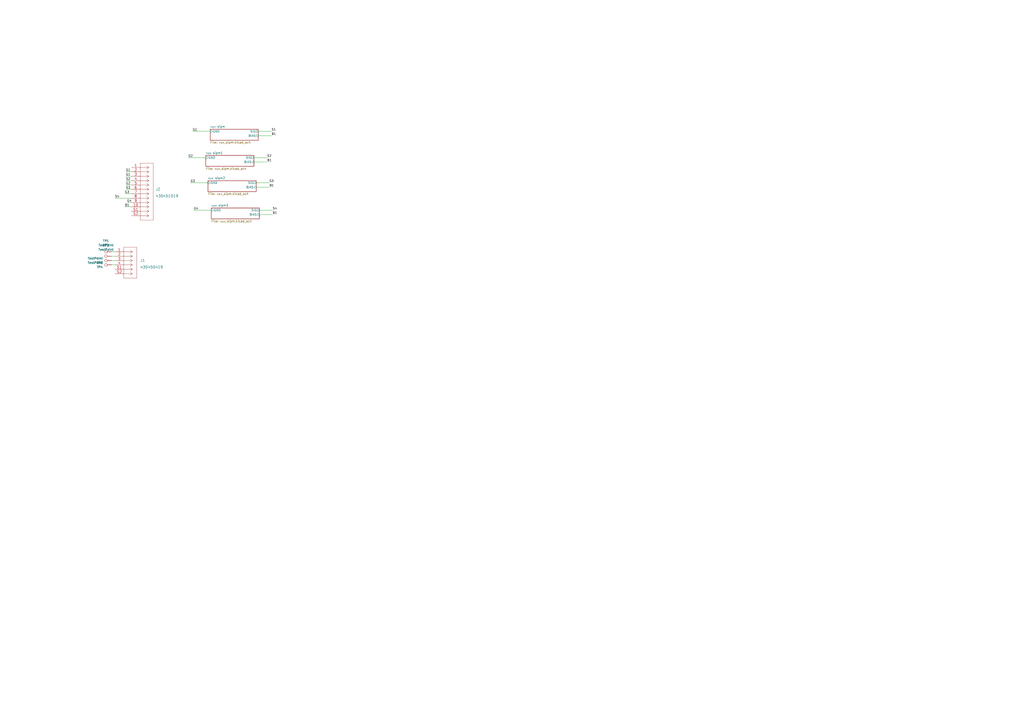
<source format=kicad_sch>
(kicad_sch (version 20211123) (generator eeschema)
  (paper "A2")
  (lib_symbols
    (symbol "2023-02-26_21-05-37:430451019" (pin_names (offset 0.254) hide)
      (property "Reference" "J" (at 8.89 6.35 0))
      (property "Value" "430451019" (at 10.16 -15.24 0))
      (symbol "430451019_1_1"
        (polyline (pts (xy 5.08 -30.48) (xy 12.7 -30.48)) (stroke (width 0.127)))
        (polyline (pts (xy 5.08 2.54) (xy 5.08 -30.48)) (stroke (width 0.127)))
        (polyline (pts (xy 10.16 -27.94) (xy 5.08 -27.94)) (stroke (width 0.127)))
        (polyline (pts (xy 10.16 -27.94) (xy 8.89 -28.7782)) (stroke (width 0.127)))
        (polyline (pts (xy 10.16 -27.94) (xy 8.89 -27.1018)) (stroke (width 0.127)))
        (polyline (pts (xy 10.16 -25.4) (xy 5.08 -25.4)) (stroke (width 0.127)))
        (polyline (pts (xy 10.16 -25.4) (xy 8.89 -26.2382)) (stroke (width 0.127)))
        (polyline (pts (xy 10.16 -25.4) (xy 8.89 -24.5618)) (stroke (width 0.127)))
        (polyline (pts (xy 10.16 -22.86) (xy 5.08 -22.86)) (stroke (width 0.127)))
        (polyline (pts (xy 10.16 -22.86) (xy 8.89 -23.6982)) (stroke (width 0.127)))
        (polyline (pts (xy 10.16 -22.86) (xy 8.89 -22.0218)) (stroke (width 0.127)))
        (polyline (pts (xy 10.16 -20.32) (xy 5.08 -20.32)) (stroke (width 0.127)))
        (polyline (pts (xy 10.16 -20.32) (xy 8.89 -21.1582)) (stroke (width 0.127)))
        (polyline (pts (xy 10.16 -20.32) (xy 8.89 -19.4818)) (stroke (width 0.127)))
        (polyline (pts (xy 10.16 -17.78) (xy 5.08 -17.78)) (stroke (width 0.127)))
        (polyline (pts (xy 10.16 -17.78) (xy 8.89 -18.6182)) (stroke (width 0.127)))
        (polyline (pts (xy 10.16 -17.78) (xy 8.89 -16.9418)) (stroke (width 0.127)))
        (polyline (pts (xy 10.16 -15.24) (xy 5.08 -15.24)) (stroke (width 0.127)))
        (polyline (pts (xy 10.16 -15.24) (xy 8.89 -16.0782)) (stroke (width 0.127)))
        (polyline (pts (xy 10.16 -15.24) (xy 8.89 -14.4018)) (stroke (width 0.127)))
        (polyline (pts (xy 10.16 -12.7) (xy 5.08 -12.7)) (stroke (width 0.127)))
        (polyline (pts (xy 10.16 -12.7) (xy 8.89 -13.5382)) (stroke (width 0.127)))
        (polyline (pts (xy 10.16 -12.7) (xy 8.89 -11.8618)) (stroke (width 0.127)))
        (polyline (pts (xy 10.16 -10.16) (xy 5.08 -10.16)) (stroke (width 0.127)))
        (polyline (pts (xy 10.16 -10.16) (xy 8.89 -10.9982)) (stroke (width 0.127)))
        (polyline (pts (xy 10.16 -10.16) (xy 8.89 -9.3218)) (stroke (width 0.127)))
        (polyline (pts (xy 10.16 -7.62) (xy 5.08 -7.62)) (stroke (width 0.127)))
        (polyline (pts (xy 10.16 -7.62) (xy 8.89 -8.4582)) (stroke (width 0.127)))
        (polyline (pts (xy 10.16 -7.62) (xy 8.89 -6.7818)) (stroke (width 0.127)))
        (polyline (pts (xy 10.16 -5.08) (xy 5.08 -5.08)) (stroke (width 0.127)))
        (polyline (pts (xy 10.16 -5.08) (xy 8.89 -5.9182)) (stroke (width 0.127)))
        (polyline (pts (xy 10.16 -5.08) (xy 8.89 -4.2418)) (stroke (width 0.127)))
        (polyline (pts (xy 10.16 -2.54) (xy 5.08 -2.54)) (stroke (width 0.127)))
        (polyline (pts (xy 10.16 -2.54) (xy 8.89 -3.3782)) (stroke (width 0.127)))
        (polyline (pts (xy 10.16 -2.54) (xy 8.89 -1.7018)) (stroke (width 0.127)))
        (polyline (pts (xy 10.16 0) (xy 5.08 0)) (stroke (width 0.127)))
        (polyline (pts (xy 10.16 0) (xy 8.89 -0.8382)) (stroke (width 0.127)))
        (polyline (pts (xy 10.16 0) (xy 8.89 0.8382)) (stroke (width 0.127)))
        (polyline (pts (xy 12.7 -30.48) (xy 12.7 2.54)) (stroke (width 0.127)))
        (polyline (pts (xy 12.7 2.54) (xy 5.08 2.54)) (stroke (width 0.127)))
        (pin unspecified line (at 0 0 0) (length 5.08) (name "1") (number "1"))
        (pin unspecified line (at 0 -22.86 0) (length 5.08) (name "10") (number "10"))
        (pin unspecified line (at 0 -2.54 0) (length 5.08) (name "2") (number "2"))
        (pin unspecified line (at 0 -5.08 0) (length 5.08) (name "3") (number "3"))
        (pin unspecified line (at 0 -7.62 0) (length 5.08) (name "4") (number "4"))
        (pin unspecified line (at 0 -10.16 0) (length 5.08) (name "5") (number "5"))
        (pin unspecified line (at 0 -12.7 0) (length 5.08) (name "6") (number "6"))
        (pin unspecified line (at 0 -15.24 0) (length 5.08) (name "7") (number "7"))
        (pin unspecified line (at 0 -17.78 0) (length 5.08) (name "8") (number "8"))
        (pin unspecified line (at 0 -20.32 0) (length 5.08) (name "9") (number "9"))
        (pin unspecified line (at 0 -25.4 0) (length 5.08) (name "S1") (number "S1"))
        (pin unspecified line (at 0 -27.94 0) (length 5.08) (name "S2") (number "S2"))
      )
    )
    (symbol "2023-02-26_21-14-33:430450419" (pin_names (offset 0.254) hide)
      (property "Reference" "J" (at 8.89 6.35 0))
      (property "Value" "430450419" (at 10.16 -5.08 0))
      (symbol "430450419_1_1"
        (polyline (pts (xy 5.08 -15.24) (xy 12.7 -15.24)) (stroke (width 0.127)))
        (polyline (pts (xy 5.08 2.54) (xy 5.08 -15.24)) (stroke (width 0.127)))
        (polyline (pts (xy 10.16 -12.7) (xy 5.08 -12.7)) (stroke (width 0.127)))
        (polyline (pts (xy 10.16 -12.7) (xy 8.89 -13.5382)) (stroke (width 0.127)))
        (polyline (pts (xy 10.16 -12.7) (xy 8.89 -11.8618)) (stroke (width 0.127)))
        (polyline (pts (xy 10.16 -10.16) (xy 5.08 -10.16)) (stroke (width 0.127)))
        (polyline (pts (xy 10.16 -10.16) (xy 8.89 -10.9982)) (stroke (width 0.127)))
        (polyline (pts (xy 10.16 -10.16) (xy 8.89 -9.3218)) (stroke (width 0.127)))
        (polyline (pts (xy 10.16 -7.62) (xy 5.08 -7.62)) (stroke (width 0.127)))
        (polyline (pts (xy 10.16 -7.62) (xy 8.89 -8.4582)) (stroke (width 0.127)))
        (polyline (pts (xy 10.16 -7.62) (xy 8.89 -6.7818)) (stroke (width 0.127)))
        (polyline (pts (xy 10.16 -5.08) (xy 5.08 -5.08)) (stroke (width 0.127)))
        (polyline (pts (xy 10.16 -5.08) (xy 8.89 -5.9182)) (stroke (width 0.127)))
        (polyline (pts (xy 10.16 -5.08) (xy 8.89 -4.2418)) (stroke (width 0.127)))
        (polyline (pts (xy 10.16 -2.54) (xy 5.08 -2.54)) (stroke (width 0.127)))
        (polyline (pts (xy 10.16 -2.54) (xy 8.89 -3.3782)) (stroke (width 0.127)))
        (polyline (pts (xy 10.16 -2.54) (xy 8.89 -1.7018)) (stroke (width 0.127)))
        (polyline (pts (xy 10.16 0) (xy 5.08 0)) (stroke (width 0.127)))
        (polyline (pts (xy 10.16 0) (xy 8.89 -0.8382)) (stroke (width 0.127)))
        (polyline (pts (xy 10.16 0) (xy 8.89 0.8382)) (stroke (width 0.127)))
        (polyline (pts (xy 12.7 -15.24) (xy 12.7 2.54)) (stroke (width 0.127)))
        (polyline (pts (xy 12.7 2.54) (xy 5.08 2.54)) (stroke (width 0.127)))
        (pin unspecified line (at 0 0 0) (length 5.08) (name "1") (number "1"))
        (pin unspecified line (at 0 -2.54 0) (length 5.08) (name "2") (number "2"))
        (pin unspecified line (at 0 -5.08 0) (length 5.08) (name "3") (number "3"))
        (pin unspecified line (at 0 -7.62 0) (length 5.08) (name "4") (number "4"))
        (pin unspecified line (at 0 -10.16 0) (length 5.08) (name "S1") (number "S1"))
        (pin unspecified line (at 0 -12.7 0) (length 5.08) (name "S2") (number "S2"))
      )
    )
    (symbol "Connector:TestPoint" (pin_numbers hide) (pin_names (offset 0.762) hide)
      (property "Reference" "TP" (at 0 6.858 0))
      (property "Value" "TestPoint" (at 0 5.08 0))
      (symbol "TestPoint_0_1"
        (circle (center 0 3.302) (radius 0.762))
      )
      (symbol "TestPoint_1_1"
        (pin passive line (at 0 0 90) (length 2.54) (name "1") (number "1"))
      )
    )
  )
  (wire (pts (xy 147.32 93.98) (xy 154.94 93.98)))
  (wire (pts (xy 73.025 109.855) (xy 76.2 109.855)))
  (wire (pts (xy 66.675 114.935) (xy 76.2 114.935)))
  (wire (pts (xy 147.32 91.44) (xy 154.94 91.44)))
  (wire (pts (xy 110.49 106.045) (xy 120.65 106.045)))
  (wire (pts (xy 72.39 112.395) (xy 76.2 112.395)))
  (wire (pts (xy 149.86 76.2) (xy 157.48 76.2)))
  (wire (pts (xy 112.395 121.92) (xy 122.555 121.92)))
  (wire (pts (xy 73.025 99.695) (xy 76.2 99.695)))
  (wire (pts (xy 109.22 91.44) (xy 119.38 91.44)))
  (wire (pts (xy 73.66 117.475) (xy 76.2 117.475)))
  (wire (pts (xy 72.39 120.015) (xy 76.2 120.015)))
  (wire (pts (xy 64.77 153.67) (xy 66.675 153.67)))
  (wire (pts (xy 73.025 102.235) (xy 76.2 102.235)))
  (wire (pts (xy 64.77 148.59) (xy 66.675 148.59)))
  (wire (pts (xy 111.76 76.2) (xy 121.92 76.2)))
  (wire (pts (xy 148.59 108.585) (xy 156.21 108.585)))
  (wire (pts (xy 64.77 146.05) (xy 66.675 146.05)))
  (wire (pts (xy 150.495 121.92) (xy 158.115 121.92)))
  (wire (pts (xy 64.77 151.13) (xy 66.675 151.13)))
  (wire (pts (xy 149.86 78.74) (xy 157.48 78.74)))
  (wire (pts (xy 73.025 107.315) (xy 76.2 107.315)))
  (wire (pts (xy 148.59 106.045) (xy 156.21 106.045)))
  (wire (pts (xy 150.495 124.46) (xy 158.115 124.46)))
  (wire (pts (xy 73.025 104.775) (xy 76.2 104.775)))
  (label "B1" (at 154.94 93.98 0))
  (label "G3" (at 72.39 112.395 0))
  (label "S2" (at 73.025 104.775 0))
  (label "S4" (at 158.115 121.92 0))
  (label "G4" (at 73.66 117.475 0))
  (label "G2" (at 73.025 107.315 0))
  (label "B1" (at 157.48 78.74 0))
  (label "B1" (at 72.39 120.015 0))
  (label "G4" (at 112.395 121.92 0))
  (label "S1" (at 73.025 99.695 0))
  (label "B1" (at 158.115 124.46 0))
  (label "S1" (at 157.48 76.2 0))
  (label "G1" (at 73.025 102.235 0))
  (label "G2" (at 109.22 91.44 0))
  (label "S4" (at 66.675 114.935 0))
  (label "S3" (at 73.025 109.855 0))
  (label "S2" (at 154.94 91.44 0))
  (label "G1" (at 111.76 76.2 0))
  (label "B1" (at 156.21 108.585 0))
  (label "S3" (at 156.21 106.045 0))
  (label "G3" (at 110.49 106.045 0))
  (symbol (lib_id "Connector:TestPoint") (at 64.77 153.67 90) (unit 1)
    (property "Reference" "TP4" (at 59.69 154.9401 90) (effects (justify left)))
    (property "Value" "TestPoint" (at 59.69 152.4001 90) (effects (justify left)))
    (property "Footprint" "TestPoint:TestPoint_Loop_D3.80mm_Drill2.0mm" (effects hide))
  )
  (symbol (lib_id "Connector:TestPoint") (at 64.77 148.59 90) (unit 1)
    (property "Reference" "TP2" (at 61.468 142.24 90))
    (property "Value" "TestPoint" (at 61.468 144.78 90))
    (property "Footprint" "TestPoint:TestPoint_Loop_D3.80mm_Drill2.0mm" (effects hide))
  )
  (symbol (lib_id "Connector:TestPoint") (at 64.77 146.05 90) (unit 1)
    (property "Reference" "TP1" (at 61.468 139.7 90))
    (property "Value" "TestPoint" (at 61.468 142.24 90))
    (property "Footprint" "TestPoint:TestPoint_Loop_D3.80mm_Drill2.0mm" (effects hide))
  )
  (symbol (lib_id "2023-02-26_21-14-33:430450419") (at 66.675 146.05 0) (unit 1)
    (property "Reference" "J1" (at 81.28 151.13 0) (effects (font (size 1.524 1.524)) (justify left)))
    (property "Value" "430450419" (at 81.28 154.94 0) (effects (font (size 1.524 1.524)) (justify left)))
    (property "Footprint" "430450419:430450419" (effects hide))
  )
  (symbol (lib_id "Connector:TestPoint") (at 64.77 151.13 90) (unit 1)
    (property "Reference" "TP3" (at 59.69 152.4001 90) (effects (justify left)))
    (property "Value" "TestPoint" (at 59.69 149.8601 90) (effects (justify left)))
    (property "Footprint" "TestPoint:TestPoint_Loop_D3.80mm_Drill2.0mm" (effects hide))
  )
  (symbol (lib_id "2023-02-26_21-05-37:430451019") (at 76.2 97.155 0) (unit 1)
    (property "Reference" "J2" (at 90.17 109.855 0) (effects (font (size 1.524 1.524)) (justify left)))
    (property "Value" "430451019" (at 90.17 113.665 0) (effects (font (size 1.524 1.524)) (justify left)))
    (property "Footprint" "430451019:430451019" (effects hide))
  )
  (sheet (at 119.38 90.17) (size 27.94 6.35) (stroke (width 0.1524))
    (property "Sheet name" "vuv sipm1" (at 119.38 89.4584 0) (effects (justify left bottom)))
    (property "Sheet file" "vuv_sipm.kicad_sch" (at 119.38 97.1046 0) (effects (justify left top)))
    (pin "BIAS" input (at 147.32 93.98 0))
    (pin "GND" input (at 119.38 91.44 180))
    (pin "SIG" output (at 147.32 91.44 0))
  )
  (sheet (at 120.65 104.775) (size 27.94 6.35) (stroke (width 0.1524))
    (property "Sheet name" "vuv sipm2" (at 120.65 104.0634 0) (effects (justify left bottom)))
    (property "Sheet file" "vuv_sipm.kicad_sch" (at 120.65 111.7096 0) (effects (justify left top)))
    (pin "BIAS" input (at 148.59 108.585 0))
    (pin "GND" input (at 120.65 106.045 180))
    (pin "SIG" output (at 148.59 106.045 0))
  )
  (sheet (at 122.555 120.65) (size 27.94 6.35) (stroke (width 0.1524))
    (property "Sheet name" "vuv sipm3" (at 122.555 119.9384 0) (effects (justify left bottom)))
    (property "Sheet file" "vuv_sipm.kicad_sch" (at 122.555 127.5846 0) (effects (justify left top)))
    (pin "BIAS" input (at 150.495 124.46 0))
    (pin "GND" input (at 122.555 121.92 180))
    (pin "SIG" output (at 150.495 121.92 0))
  )
  (sheet (at 121.92 74.93) (size 27.94 6.35) (stroke (width 0.1524))
    (property "Sheet name" "vuv sipm" (at 121.92 74.2184 0) (effects (justify left bottom)))
    (property "Sheet file" "vuv_sipm.kicad_sch" (at 121.92 81.8646 0) (effects (justify left top)))
    (pin "BIAS" input (at 149.86 78.74 0))
    (pin "GND" input (at 121.92 76.2 180))
    (pin "SIG" output (at 149.86 76.2 0))
  )
)
</source>
